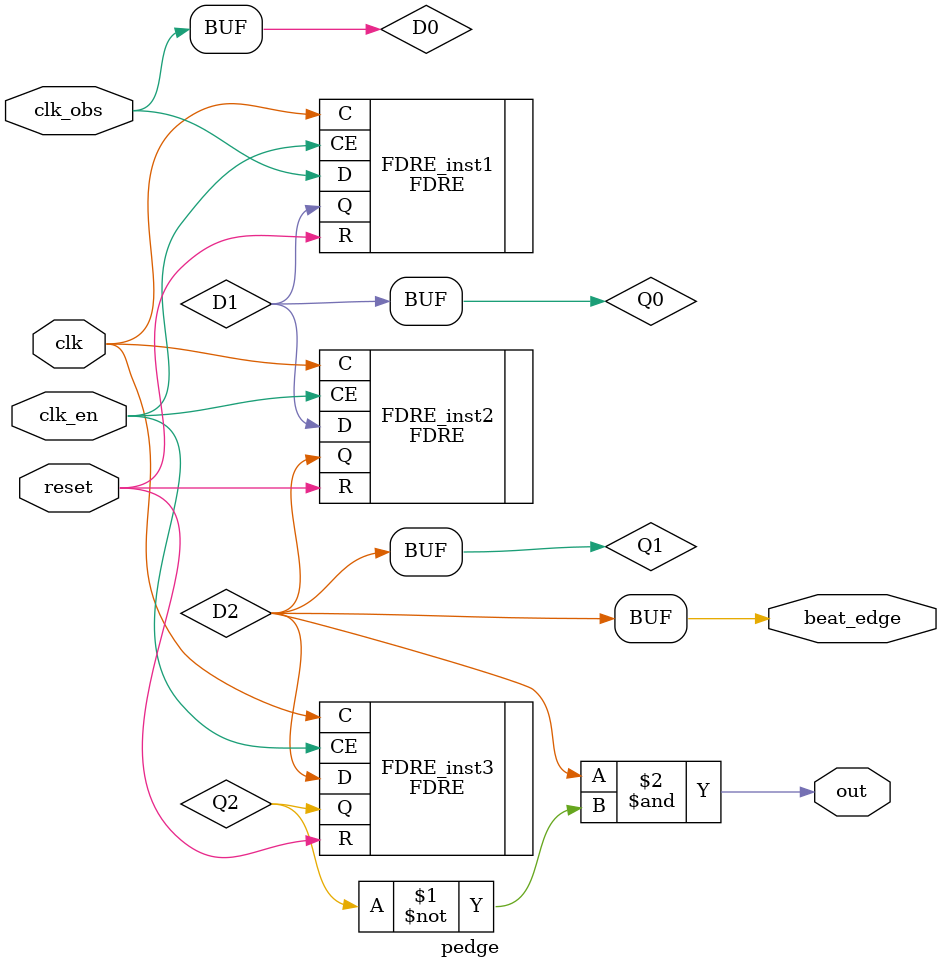
<source format=v>
`timescale 1ns / 1ps


module DDMTD_Sampler
#(
    parameter integer DATA_WIDTH = 32,
    parameter integer C_M_START_COUNT	= 32
 )
 (
    // Inputs for the sampling logic
    input clk_ref,
    input clk_beat,
    input [DATA_WIDTH-1:0] external_counter,
    input reset,
    input enable_sampling_logic, // Active high


    // Fifo chain to AXIS
    input wire  M_AXIS_ACLK,
    // 
    input wire  M_AXIS_ARESETN, //RESET when low.
    // Master Stream Ports. TVALID indicates that the master is driving a valid transfer, A transfer takes place when both TVALID and TREADY are asserted. 
    output wire  M_AXIS_TVALID,
    // TDATA is the primary payload that is used to provide the data that is passing across the interface from the master.
    output reg [DATA_WIDTH-1 : 0] M_AXIS_TDATA,
    // TSTRB is the byte qualifier that indicates whether the content of the associated byte of TDATA is processed as a data byte or a position byte.
    output wire [(DATA_WIDTH/8)-1 : 0] M_AXIS_TSTRB,
    // TLAST indicates the boundary of a packet.
    output wire  M_AXIS_TLAST,
    // TREADY indicates that the slave can accept a transfer in the current cycle.
    input wire  M_AXIS_TREADY,

    input wire enable_read_logic,
    input wire [31:0] WORDS_TO_SEND

 );

wire full,empty;
wire prog_empty;
wire prog_full;



assign M_AXIS_TSTRB = {(DATA_WIDTH/8){1'b1}};


wire ARESETN;
assign ARESETN = M_AXIS_ARESETN;

reg temp_mem=0;
reg write_en=0;

always @(negedge clk_ref) begin
    if(temp_mem != clk_beat && enable_sampling_logic) begin
        temp_mem <= clk_beat;
        write_en <= 1;
    end
    else begin
        write_en <=0;
    end

end

// wire write_en;
// //wire beat_edge;
// pedge p1 (
//     .clk(clk_ref),
//     .reset(reset),
//     .clk_obs(clk_beat),
//     .clk_en(enable_sampling_logic),
//     .out(write_en)
//     // ,.beat_edge(beat_edge)
// );



//Saving values of edge
reg  beat_edge = 0;
always @(negedge clk_ref)
begin
    beat_edge<=clk_beat;
end

wire [31:0] DATA_IN;
assign DATA_IN = {beat_edge,external_counter[30:0]};


// MAXIS
//circuit to count number of clock cycles after reset
reg sampleGeneratorEnR=0;
reg [7:0] afterResetCycleCounterR=0;



always @(posedge M_AXIS_ACLK)
    if( ! ARESETN )begin
        sampleGeneratorEnR <=0;
        afterResetCycleCounterR <=0;	
    end
    else if(M_AXIS_TREADY)   begin
        afterResetCycleCounterR <= afterResetCycleCounterR + 1;
        if (afterResetCycleCounterR == C_M_START_COUNT) begin
            sampleGeneratorEnR <=1;
        end
    end
	




//M_AXIS_TVALID circuit
// reg  		tValidR=0;

// always @(negedge M_AXIS_ACLK)
//     if( (! ARESETN) )begin
//         tValidR <=0;
//     end
//     else if (sampleGeneratorEnR && M_AXIS_TREADY) tValidR <= 1;
            

// //Valid only after 500 cycles of clk_ref after empty is deasserted
// reg data_in_fifo = 0;
// parameter DATA_IN_FIFO_THRESHOLD = 200;

// integer data_in_fifo_counter=0;
// always @(posedge clk_ref)
// begin
//     if(reset | empty)
//     begin
//         data_in_fifo <= 0;
//         data_in_fifo_counter <= 0;
//     end
//     else 
//     begin
//         if(write_en) data_in_fifo_counter <= data_in_fifo_counter +1;
//         if(data_in_fifo_counter >= DATA_IN_FIFO_THRESHOLD) data_in_fifo <=1;
//     end
// end

    
// assign M_AXIS_TVALID = tValidR & data_in_fifo ;



assign  M_AXIS_TVALID = 1; //Always valid





//     // First FIFO
// FIFO_DUALCLOCK_MACRO #(
//     .ALMOST_EMPTY_OFFSET(9'h080),//Setsthealmostemptythreshold
//     .ALMOST_FULL_OFFSET(9'h080),//Setsalmostfullthreshold
//     .DATA_WIDTH(DATA_WIDTH),//Validvaluesare1-72(37-72onlyvalidwhenFIFO_SIZE = "36Kb")
//     .DEVICE("7SERIES"),//Targetdevice:"7SERIES".
//     .FIFO_SIZE("36Kb"),//TargetBRAM:"18Kb"or"36Kb"
//     .FIRST_WORD_FALL_THROUGH("TRUE")//SetstheFIforFWFTto"TRUE"or"FALSE"
//     )
// FIFO_FWFT(
//     // .ALMOSTEMPTY(ALMOSTEMPTY),//1-bitoutputalmostempty
//     // .ALMOSTFULL(ALMOSTFULL),//1-bitoutputalmostfull
//     .DO(M_AXIS_TDATA),//Outputdata,widthdefinedbyDATA_WIDTHparameter
//     // .EMPTY(net[0].EMPTY),//1-bitoutputempty
//     // .FULL(net[0].FULL),//1-bitoutputfull
//     // .RDCOUNT(net[0].RC),//Outputreadcount,widthdeterminedbyFIfordepth
//     // .RDERR(RDERR),//1-bitoutputreaderror
//     // .WRCOUNT(net[0].WC),//Outputwritecount,widthdeterminedbyFIfordepth
//     // .WRERR(WRERR),//1-bitoutputwriteerror
//     .DI(external_counter),//Inputdata,widthdefinedbyDATA_WIDTHparameter.

//     .RDCLK(M_AXIS_ACLK),//1-bitinputreadclock
//     .RDEN(M_AXIS_TVALID && M_AXIS_TREADY),//1-bitinputreadenable
//     .RST(reset),//1-bitinputreset
//     .WRCLK(clk_ref),//1-bit input write clock
//     .WREN(write_en)//1-bitinputwriteenable
//     );







 
    // FIFOs_Ultrascale  
    // #(
    //  .data_width(36),
    //  .num_fifo(10)
    // )
    // FIFOs_Ultrascale_1(
    
    
    // .read_en(M_AXIS_TVALID && M_AXIS_TREADY && enable_sampling_logic && enable_read_logic | reset),
    // .write_en(write_en),
    // .data_in(external_counter),
    // .data_out(M_AXIS_TDATA),
    // .full(full),
    // .empty(empty),
    // .rst(reset),
    // .read_clk(M_AXIS_ACLK),
    // .write_clk(clk_ref)
    // );



    //Sync Circuit from Erich
    reg write_en_sync=0;
    reg [DATA_WIDTH-1 : 0] DATA_IN_SYNC = 0;
    always @(negedge clk_ref)
    begin
        write_en_sync <=write_en;
        DATA_IN_SYNC <= DATA_IN;
        
    end


    reg read_en_sync=0;
    wire [DATA_WIDTH-1 : 0] DATA_OUT;
    always @(negedge M_AXIS_ACLK)
    begin
        read_en_sync <=(M_AXIS_TVALID && M_AXIS_TREADY && enable_sampling_logic && enable_read_logic | reset);
        M_AXIS_TDATA <= DATA_OUT;
    end



    FIFO_10 FIFO_10_inst (
    .srst(reset),

    // .clk(clk_ref),
    .wr_clk(clk_ref),
    .rd_clk(M_AXIS_ACLK),
    .din(DATA_IN_SYNC),
    .wr_en(write_en_sync),
    .rd_en(read_en_sync),
    .dout(DATA_OUT),
    .full(full),
    .empty(empty),
    .prog_empty(prog_empty),
    .prog_full(prog_full)
    // wr_rst_busy,
    // rd_rst_busy
    );


    // //M_AXIS_TLAST LOGIC
    // // The Current page size is 4096 bytes which 1024 32bit words // modified
    // // So we trigger TLAST on 1024th word
    // // parameter integer WORDS_TO_SEND = 8000; 
    // integer counter_TLAST =0;
    // reg tlast=0;
    // always @(negedge M_AXIS_ACLK)begin
    //     if( ! ARESETN )begin
    //     counter_TLAST<=0;	
    //     end
    //     else if (M_AXIS_TVALID && M_AXIS_TREADY && enable_sampling_logic && enable_read_logic) begin
    //         if (counter_TLAST == WORDS_TO_SEND-1) counter_TLAST<=0;
    //         else begin
    //             counter_TLAST = counter_TLAST+1;      
    //         end
    //     end 
    // end

    // assign M_AXIS_TLAST = (counter_TLAST == WORDS_TO_SEND-2)?1:empty;
    
    assign M_AXIS_TLAST = 0;
    
    
    






    // // FIFO36E2: 36Kb FIFO (First-In-First-Out) Block RAM Memory
    // //           UltraScale// Xilinx HDL Language Template, version 2018.3
    // FIFO36E2 #(   
    // .CASCADE_ORDER("NONE"),            // FIRST, LAST, MIDDLE, NONE, PARALLEL   
    // .CLOCK_DOMAINS("INDEPENDENT"),     // COMMON, INDEPENDENT   
    // .EN_ECC_PIPE("FALSE"),             // ECC pipeline register, (FALSE, TRUE)   
    // .EN_ECC_READ("FALSE"),             // Enable ECC decoder, (FALSE, TRUE)   
    // .EN_ECC_WRITE("FALSE"),            // Enable ECC encoder, (FALSE, TRUE)   
    // .FIRST_WORD_FALL_THROUGH("TRUE"), // FALSE, TRUE   
    // .INIT(36'h0000000000),     // Initial values on output port   
    // .PROG_EMPTY_THRESH(256),           // Programmable Empty Threshold   
    // .PROG_FULL_THRESH(256),            // Programmable Full Threshold   // Programmable Inversion Attributes: Specifies the use of the built-in programmable inversion   
    // .IS_RDCLK_INVERTED(1'b0),          // Optional inversion for RDCLK   
    // .IS_RDEN_INVERTED(1'b0),           // Optional inversion for RDEN   
    // .IS_RSTREG_INVERTED(1'b0),         // Optional inversion for RSTREG   
    // .IS_RST_INVERTED(1'b0),            // Optional inversion for RST   
    // .IS_WRCLK_INVERTED(1'b0),          // Optional inversion for WRCLK   
    // .IS_WREN_INVERTED(1'b0),           // Optional inversion for WREN   
    // .RDCOUNT_TYPE("RAW_PNTR"),         // EXTENDED_DATACOUNT, RAW_PNTR, SIMPLE_DATACOUNT, SYNC_PNTR   
    // .READ_WIDTH(36),                    // 18-9   
    // .REGISTER_MODE("UNREGISTERED"),    // DO_PIPELINED, REGISTERED, UNREGISTERED   
    // .RSTREG_PRIORITY("RSTREG"),        // REGCE, RSTREG   
    // .SLEEP_ASYNC("TRUE"),             // FALSE, TRUE   
    // .SRVAL(72'h000000000000000000),    // SET/reset value of the FIFO outputs   
    // .WRCOUNT_TYPE("RAW_PNTR"),         // EXTENDED_DATACOUNT, RAW_PNTR, SIMPLE_DATACOUNT, SYNC_PNTR   
    // .WRITE_WIDTH(36)                    // 18-9
    // )

    // FIFO36E2_inst (   
    // // // Cascade Signals outputs: Multi-FIFO cascade signals   
    // // .CASDOUT(CASDOUT),             // 64-bit output: Data cascade output bus   
    // // .CASDOUTP(CASDOUTP),           // 8-bit output: Parity data cascade output bus   
    // // .CASNXTEMPTY(CASNXTEMPTY),     // 1-bit output: Cascade next empty   
    // // .CASPRVRDEN(CASPRVRDEN),       // 1-bit output: Cascade previous read enable   
    // // // ECC Signals outputs: Error Correction Circuitry ports   
    // // .DBITERR(DBITERR),             // 1-bit output: Double bit error status   
    // // .ECCPARITY(ECCPARITY),         // 8-bit output: Generated error correction parity 
    // // .SBITERR(SBITERR),             // 1-bit output: Single bit error status   
    // // // Read Data outputs: Read output data   
    // .DOUT(M_AXIS_TDATA),
    // // .DOUTP(DOUTP),                 // 8-bit output: FIFO parity output bus.   
    // // Status outputs: Flags and other FIFO status outputs   
    // // .EMPTY(EMPTY),                 // 1-bit output: Empty   
    // // .FULL(FULL),                   // 1-bit output: Full   
    // // .PROGEMPTY(PROGEMPTY),         // 1-bit output: Programmable empty   
    // // .PROGFULL(PROGFULL),           // 1-bit output: Programmable full   
    // // .RDCOUNT(RDCOUNT),             // 14-bit output: Read count   
    // // .RDERR(RDERR),                 // 1-bit output: Read error   
    // // .RDRSTBUSY(RDRSTBUSY),         // 1-bit output: Reset busy (sync to RDCLK)   
    // // .WRCOUNT(WRCOUNT),             // 14-bit output: Write count   
    // // .WRERR(WRERR),                 // 1-bit output: Write Error   
    // // .WRRSTBUSY(WRRSTBUSY),         // 1-bit output: Reset busy (sync to WRCLK)   
    // // // Cascade Signals inputs: Multi-FIFO cascade signals   
    // // .CASDIN(CASDIN),               // 64-bit input: Data cascade input bus
    // // .CASDINP(CASDINP),             // 8-bit input: Parity data cascade input bus   
    // // .CASDOMUX(CASDOMUX),           // 1-bit input: Cascade MUX select input   
    // // .CASDOMUXEN(CASDOMUXEN),       // 1-bit input: Enable for cascade MUX select   
    // // .CASNXTRDEN(CASNXTRDEN),       // 1-bit input: Cascade next read enable   
    // // .CASOREGIMUX(CASOREGIMUX),     // 1-bit input: Cascade output MUX select   
    // // .CASOREGIMUXEN(CASOREGIMUXEN), // 1-bit input: Cascade output MUX select enable   
    // // .CASPRVEMPTY(CASPRVEMPTY),     // 1-bit input: Cascade previous empty   
    // // // ECC Signals inputs: Error Correction Circuitry ports   
    // // .INJECTDBITERR(INJECTDBITERR), // 1-bit input: Inject a double bit error   
    // // .INJECTSBITERR(INJECTSBITERR), // 1-bit input: Inject a single bit error  
    // //  // Read Control Signals inputs: Read clock, enable and reset input signals   
    // .RDCLK(M_AXIS_ACLK),                 // 1-bit input: Read clock   
    // .RDEN(M_AXIS_TVALID && M_AXIS_TREADY && enable_sampling_logic),                   // 1-bit input: Read enable   
    // // .REGCE(0),                 // 1-bit input: Output register clock enable   
    // // .RSTREG(0),               // 1-bit input: Output register reset   
    // // .SLEEP(0),                     // 1-bit input: Sleep Mode   
    // // Write Control Signals inputs: Write clock and enable input signals   
    // .RST(reset),                     // 1-bit input: Reset   
    // .WRCLK(clk_ref),                 // 1-bit input: Write clock   
    // .WREN(write_en),                   // 1-bit input: Write enable   
    // // Write Data inputs: Write input data   
    // .DIN(external_counter)                     // 64-bit input: FIFO data input bus   
    // // .DINP(DINP)                    // 8-bit input: FIFO parity input bus
    // );
    // // End of FIFO36E2_inst instantiation










    
endmodule




module pedge(
input clk,
input reset,
input clk_obs,
input clk_en,
output out,
output beat_edge
    );


 //OLD Stuff   
        // wire clk_obs_sync;
        // SYNC sync1(.O(clk_obs_sync),.I(clk_obs),.clk(clk),.reset(reset));            
        wire D0,D1,D2;
        wire Q0,Q1,Q2;


        assign D0  = clk_obs;
        assign D1  = Q0;
        assign D2  = Q1;
        assign beat_edge = Q1;




        FDRE
        #(
            .INIT(1'b0)//Initialvalueofregister(1'b0or1'b1)
         )
        FDRE_inst1(
        .Q(Q0),//1-bit Data output
        .C(clk),//1-bit Clock input
        .CE(clk_en), //1-bit Clock enable input
        .R(reset),//1- bit Synchronous reset input
        .D(D0)//1 -bit Data input
        );



        FDRE
        #(
            .INIT(1'b0)//Initialvalueofregister(1'b0or1'b1)
         )
        FDRE_inst2(
        .Q(Q1),//1-bit Data output
        .C(clk),//1-bit Clock input
        .CE(clk_en), //1-bit Clock enable input
        .R(reset),//1- bit Synchronous reset input
        .D(D1)//1 -bit Data input
        );


                FDRE
        #(
            .INIT(1'b0)//Initialvalueofregister(1'b0or1'b1)
         )
        FDRE_inst3(
        .Q(Q2),//1-bit Data output
        .C(clk),//1-bit Clock input
        .CE(clk_en), //1-bit Clock enable input
        .R(reset),//1- bit Synchronous reset input
        .D(D2)//1 -bit Data input
        );


        

    //    wire temp_out;
//       XORCY X1(.O(temp_out) ,.LI(clk_obs_sync),.CI(out_FF));
    //    assign out = Q1^Q2; //Save all edges
    //    assign out = Q2&(~Q1); //Save negedge
       assign out = Q1&(~Q2); //Save posedge

    //    assign temp_out = clk_obs_sync&(~out_FF);
    //    SYNC sync2(.O(out),.I(temp_out),.clk(~clk),.reset(reset));
    
endmodule

</source>
